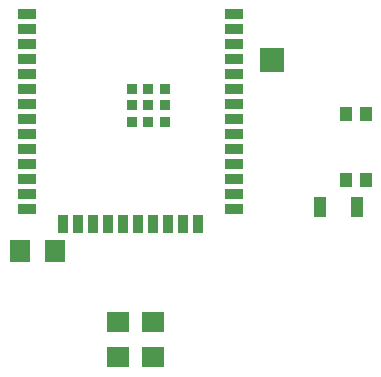
<source format=gbp>
G04*
G04 #@! TF.GenerationSoftware,Altium Limited,Altium Designer,23.4.1 (23)*
G04*
G04 Layer_Color=128*
%FSLAX44Y44*%
%MOMM*%
G71*
G04*
G04 #@! TF.SameCoordinates,89D196A3-88CA-4BC0-B6F8-5B7F0D742441*
G04*
G04*
G04 #@! TF.FilePolarity,Positive*
G04*
G01*
G75*
%ADD22R,1.8000X1.8400*%
%ADD31R,1.8400X1.8000*%
%ADD34R,1.0000X1.8000*%
%ADD68R,0.9000X0.9000*%
%ADD69R,1.5000X0.9000*%
%ADD70R,0.9000X1.5000*%
%ADD71R,2.0000X2.0000*%
%ADD72R,1.0000X1.2000*%
D22*
X121000Y123000D02*
D03*
X151000D02*
D03*
D31*
X234020Y63000D02*
D03*
Y33000D02*
D03*
X204000Y63000D02*
D03*
Y33000D02*
D03*
D34*
X375500Y160000D02*
D03*
X406500D02*
D03*
D68*
X215950Y232400D02*
D03*
X229950D02*
D03*
X243950D02*
D03*
X215950Y246400D02*
D03*
X229950D02*
D03*
X243950D02*
D03*
X215950Y260400D02*
D03*
X229950D02*
D03*
X243950D02*
D03*
D69*
X127450Y323600D02*
D03*
Y310900D02*
D03*
Y298200D02*
D03*
Y285500D02*
D03*
Y272800D02*
D03*
Y260100D02*
D03*
Y247400D02*
D03*
Y234700D02*
D03*
Y222000D02*
D03*
Y209300D02*
D03*
Y196600D02*
D03*
Y183900D02*
D03*
Y171200D02*
D03*
Y158500D02*
D03*
X302450D02*
D03*
Y171200D02*
D03*
Y183900D02*
D03*
Y196600D02*
D03*
Y209300D02*
D03*
Y222000D02*
D03*
Y234700D02*
D03*
Y247400D02*
D03*
Y260100D02*
D03*
Y272800D02*
D03*
Y285500D02*
D03*
Y298200D02*
D03*
Y310900D02*
D03*
Y323600D02*
D03*
D70*
X157800Y146000D02*
D03*
X170500D02*
D03*
X183200D02*
D03*
X195900D02*
D03*
X208600D02*
D03*
X221300D02*
D03*
X234000D02*
D03*
X246700D02*
D03*
X259400D02*
D03*
X272100D02*
D03*
D71*
X335000Y285000D02*
D03*
D72*
X414500Y239000D02*
D03*
X397500D02*
D03*
X414500Y183000D02*
D03*
X397500D02*
D03*
M02*

</source>
